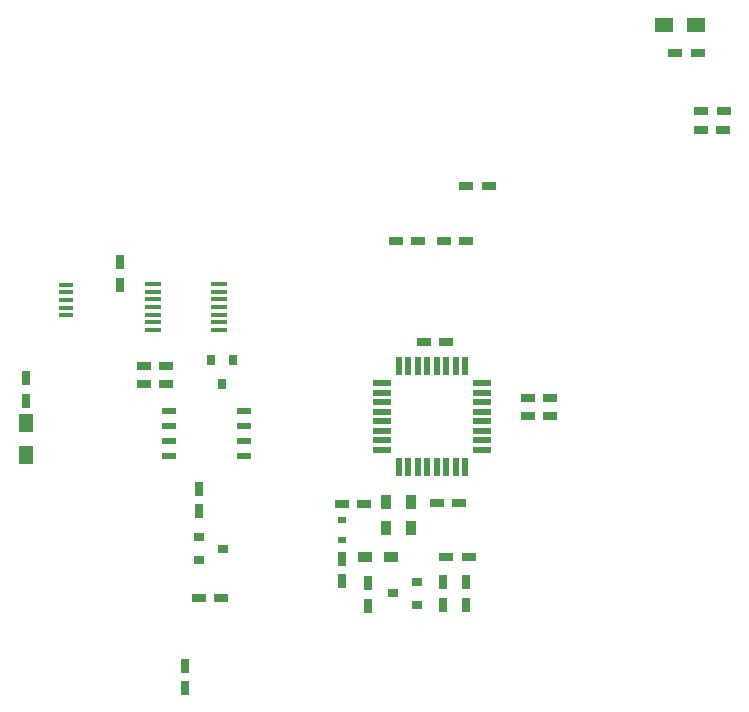
<source format=gbr>
G04 #@! TF.FileFunction,Paste,Top*
%FSLAX46Y46*%
G04 Gerber Fmt 4.6, Leading zero omitted, Abs format (unit mm)*
G04 Created by KiCad (PCBNEW 4.0.7) date 02/06/18 23:35:00*
%MOMM*%
%LPD*%
G01*
G04 APERTURE LIST*
%ADD10C,0.100000*%
%ADD11R,0.800000X0.600000*%
%ADD12R,1.500000X1.300000*%
%ADD13R,1.300000X1.500000*%
%ADD14R,0.800000X0.900000*%
%ADD15R,0.900000X0.800000*%
%ADD16R,1.143000X0.508000*%
%ADD17R,0.550000X1.600000*%
%ADD18R,1.600000X0.550000*%
%ADD19R,1.397000X0.431800*%
%ADD20R,1.200000X0.750000*%
%ADD21R,0.750000X1.200000*%
%ADD22R,1.300000X0.450000*%
%ADD23R,1.200000X0.900000*%
%ADD24R,0.900000X1.200000*%
G04 APERTURE END LIST*
D10*
D11*
X78900000Y-100600000D03*
X78900000Y-98900000D03*
D12*
X108850000Y-57000000D03*
X106150000Y-57000000D03*
D13*
X52070000Y-93425000D03*
X52070000Y-90725000D03*
D14*
X69650000Y-85400000D03*
X67750000Y-85400000D03*
X68700000Y-87400000D03*
D15*
X85200000Y-106100000D03*
X85200000Y-104200000D03*
X83200000Y-105150000D03*
D16*
X70550000Y-89660000D03*
X70550000Y-90930000D03*
X70550000Y-92200000D03*
X70550000Y-93470000D03*
X64200000Y-93470000D03*
X64200000Y-92200000D03*
X64200000Y-90930000D03*
X64200000Y-89660000D03*
D17*
X89287000Y-85920000D03*
X88487000Y-85920000D03*
X87687000Y-85920000D03*
X86887000Y-85920000D03*
X86087000Y-85920000D03*
X85287000Y-85920000D03*
X84487000Y-85920000D03*
X83687000Y-85920000D03*
D18*
X82237000Y-87370000D03*
X82237000Y-88170000D03*
X82237000Y-88970000D03*
X82237000Y-89770000D03*
X82237000Y-90570000D03*
X82237000Y-91370000D03*
X82237000Y-92170000D03*
X82237000Y-92970000D03*
D17*
X83687000Y-94420000D03*
X84487000Y-94420000D03*
X85287000Y-94420000D03*
X86087000Y-94420000D03*
X86887000Y-94420000D03*
X87687000Y-94420000D03*
X88487000Y-94420000D03*
X89287000Y-94420000D03*
D18*
X90737000Y-92970000D03*
X90737000Y-92170000D03*
X90737000Y-91370000D03*
X90737000Y-90570000D03*
X90737000Y-89770000D03*
X90737000Y-88970000D03*
X90737000Y-88170000D03*
X90737000Y-87370000D03*
D19*
X68453000Y-82829400D03*
X68453000Y-82194400D03*
X68453000Y-81534000D03*
X68453000Y-80899000D03*
X68453000Y-80238600D03*
X68453000Y-79590900D03*
X68453000Y-78943200D03*
X62865000Y-78943200D03*
X62865000Y-79590900D03*
X62865000Y-80238600D03*
X62865000Y-80899000D03*
X62865000Y-81546700D03*
X62865000Y-82194400D03*
X62865000Y-82842100D03*
D20*
X78850000Y-97600000D03*
X80750000Y-97600000D03*
D21*
X66800000Y-98200000D03*
X66800000Y-96300000D03*
D20*
X88800000Y-97500000D03*
X86900000Y-97500000D03*
X68650000Y-105500000D03*
X66750000Y-105500000D03*
D21*
X81100000Y-106200000D03*
X81100000Y-104300000D03*
X89400000Y-104200000D03*
X89400000Y-106100000D03*
D20*
X109300000Y-64300000D03*
X111200000Y-64300000D03*
X94600000Y-88600000D03*
X96500000Y-88600000D03*
X87500000Y-75300000D03*
X89400000Y-75300000D03*
X85300000Y-75300000D03*
X83400000Y-75300000D03*
D21*
X60100000Y-77100000D03*
X60100000Y-79000000D03*
D20*
X87698000Y-83826000D03*
X85798000Y-83826000D03*
X62098000Y-85926000D03*
X63998000Y-85926000D03*
X64000000Y-87400000D03*
X62100000Y-87400000D03*
X107100000Y-59400000D03*
X109000000Y-59400000D03*
X111150000Y-65950000D03*
X109250000Y-65950000D03*
D21*
X52070000Y-86934000D03*
X52070000Y-88834000D03*
X87400000Y-106100000D03*
X87400000Y-104200000D03*
X78900000Y-104100000D03*
X78900000Y-102200000D03*
D20*
X96500000Y-90100000D03*
X94600000Y-90100000D03*
D21*
X65600000Y-111250000D03*
X65600000Y-113150000D03*
D15*
X66800000Y-100400000D03*
X66800000Y-102300000D03*
X68800000Y-101350000D03*
D22*
X55500000Y-79000000D03*
X55500000Y-79650000D03*
X55500000Y-80300000D03*
X55500000Y-80950000D03*
X55500000Y-81600000D03*
D23*
X83000000Y-102100000D03*
X80800000Y-102100000D03*
D24*
X84700000Y-97400000D03*
X84700000Y-99600000D03*
X82600000Y-97400000D03*
X82600000Y-99600000D03*
D20*
X87700000Y-102100000D03*
X89600000Y-102100000D03*
X89400000Y-70650000D03*
X91300000Y-70650000D03*
M02*

</source>
